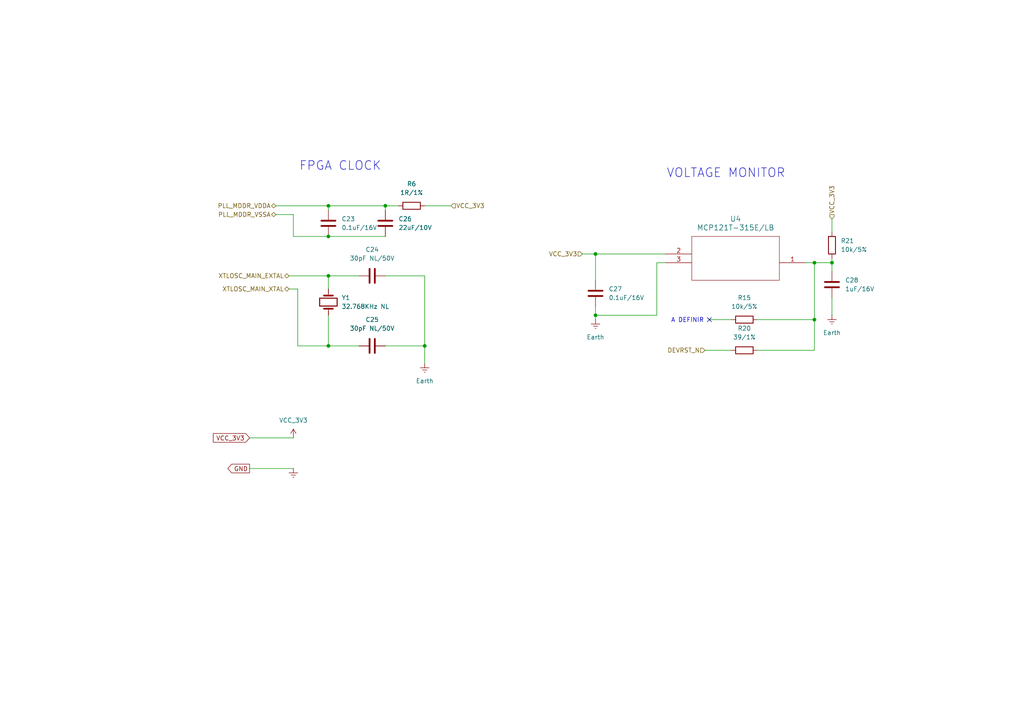
<source format=kicad_sch>
(kicad_sch (version 20231120) (generator "eeschema") (generator_version "8.0")
  (paper "A4")
  (title_block (title "ICARUS-2 OBDH") (date "2024-03-24") (rev "POC 2.0") (comment 2 "WILLIAN BUENO SANTOS") (comment 3 "ISRAEL RODRIGUES DUTRA") (comment 4 "ADRIANO CÉSAR DE SOUSA PEREIRA"))
  (lib_symbols
    (symbol "Device:C" (pin_numbers hide) (pin_names (offset 0.254))
      (property "Reference" "C" (at 0.635 2.54 0))
      (property "Value" "C" (at 0.635 -2.54 0))
      (symbol "C_0_1"
        (polyline (pts (xy -2.032 -0.762) (xy 2.032 -0.762)) (stroke (width 0.508)))
        (polyline (pts (xy -2.032 0.762) (xy 2.032 0.762)) (stroke (width 0.508)))
      )
      (symbol "C_1_1"
        (pin passive line (at 0 3.81 270) (length 2.794) (name "~") (number "1"))
        (pin passive line (at 0 -3.81 90) (length 2.794) (name "~") (number "2"))
      )
    )
    (symbol "Device:Crystal" (pin_numbers hide) (pin_names (offset 1.016) hide)
      (property "Reference" "Y" (at 0 3.81 0))
      (property "Value" "Crystal" (at 0 -3.81 0))
      (symbol "Crystal_0_1"
        (rectangle (start -1.143 2.54) (end 1.143 -2.54) (stroke (width 0.3048)))
        (polyline (pts (xy -2.54 0) (xy -1.905 0)))
        (polyline (pts (xy -1.905 -1.27) (xy -1.905 1.27)) (stroke (width 0.508)))
        (polyline (pts (xy 1.905 -1.27) (xy 1.905 1.27)) (stroke (width 0.508)))
        (polyline (pts (xy 2.54 0) (xy 1.905 0)))
      )
      (symbol "Crystal_1_1"
        (pin passive line (at -3.81 0 0) (length 1.27) (name "1") (number "1"))
        (pin passive line (at 3.81 0 180) (length 1.27) (name "2") (number "2"))
      )
    )
    (symbol "Device:R" (pin_numbers hide) (pin_names (offset 0))
      (property "Reference" "R" (at 2.032 0 90))
      (property "Value" "R" (at 0 0 90))
      (symbol "R_0_1"
        (rectangle (start -1.016 -2.54) (end 1.016 2.54) (stroke (width 0.254)))
      )
      (symbol "R_1_1"
        (pin passive line (at 0 3.81 270) (length 1.27) (name "~") (number "1"))
        (pin passive line (at 0 -3.81 90) (length 1.27) (name "~") (number "2"))
      )
    )
    (symbol "MCP121T-315E/LB:MCP121T-315E_LB" (pin_names (offset 0.254))
      (property "Reference" "U" (at 20.32 10.16 0))
      (property "Value" "MCP121T-315E/LB" (at 20.32 7.62 0))
      (symbol "MCP121T-315E_LB_0_1"
        (polyline (pts (xy 7.62 -7.62) (xy 33.02 -7.62)) (stroke (width 0.127)))
        (polyline (pts (xy 7.62 5.08) (xy 7.62 -7.62)) (stroke (width 0.127)))
        (polyline (pts (xy 33.02 -7.62) (xy 33.02 5.08)) (stroke (width 0.127)))
        (polyline (pts (xy 33.02 5.08) (xy 7.62 5.08)) (stroke (width 0.127)))
        (pin unspecified line (at 0 0 0) (length 7.62) (name "") (number "1"))
        (pin unspecified line (at 40.64 -2.54 180) (length 7.62) (name "") (number "2"))
        (pin unspecified line (at 40.64 0 180) (length 7.62) (name "") (number "3"))
      )
    )
    (symbol "power:+3.3V" (power) (pin_numbers hide) (pin_names (offset 0) hide)
      (property "Value" "+3.3V" (at 0 3.556 0))
      (symbol "+3.3V_0_1"
        (polyline (pts (xy -0.762 1.27) (xy 0 2.54)))
        (polyline (pts (xy 0 0) (xy 0 2.54)))
        (polyline (pts (xy 0 2.54) (xy 0.762 1.27)))
      )
      (symbol "+3.3V_1_1"
        (pin power_in line (at 0 0 90) (length 0) (name "~") (number "1"))
      )
    )
    (symbol "power:Earth" (power) (pin_numbers hide) (pin_names (offset 0) hide)
      (property "Value" "Earth" (at 0 -3.81 0))
      (symbol "Earth_0_1"
        (polyline (pts (xy -0.635 -1.905) (xy 0.635 -1.905)))
        (polyline (pts (xy -0.127 -2.54) (xy 0.127 -2.54)))
        (polyline (pts (xy 0 -1.27) (xy 0 0)))
        (polyline (pts (xy 1.27 -1.27) (xy -1.27 -1.27)))
      )
      (symbol "Earth_1_1"
        (pin power_in line (at 0 0 270) (length 0) (name "~") (number "1"))
      )
    )
  )
  (junction (at 95.25 80.01))
  (junction (at 236.22 76.2))
  (junction (at 95.25 68.58))
  (junction (at 172.72 73.66))
  (junction (at 172.72 91.44))
  (junction (at 95.25 59.69))
  (junction (at 241.3 76.2))
  (junction (at 111.76 59.69))
  (junction (at 236.22 92.71))
  (junction (at 123.19 100.33))
  (junction (at 95.25 100.33))
  (no_connect (at 205.74 92.71))
  (wire (pts (xy 241.3 86.36) (xy 241.3 91.44)))
  (wire (pts (xy 80.01 59.69) (xy 95.25 59.69)))
  (wire (pts (xy 241.3 76.2) (xy 241.3 74.93)))
  (wire (pts (xy 111.76 80.01) (xy 123.19 80.01)))
  (wire (pts (xy 111.76 59.69) (xy 115.57 59.69)))
  (wire (pts (xy 85.09 62.23) (xy 85.09 68.58)))
  (wire (pts (xy 172.72 81.28) (xy 172.72 73.66)))
  (wire (pts (xy 95.25 59.69) (xy 111.76 59.69)))
  (wire (pts (xy 111.76 100.33) (xy 123.19 100.33)))
  (wire (pts (xy 111.76 59.69) (xy 111.76 60.96)))
  (wire (pts (xy 172.72 73.66) (xy 168.91 73.66)))
  (wire (pts (xy 83.82 80.01) (xy 95.25 80.01)))
  (wire (pts (xy 83.82 83.82) (xy 86.36 83.82)))
  (wire (pts (xy 236.22 101.6) (xy 236.22 92.71)))
  (wire (pts (xy 123.19 100.33) (xy 123.19 105.41)))
  (wire (pts (xy 241.3 63.5) (xy 241.3 67.31)))
  (wire (pts (xy 86.36 100.33) (xy 95.25 100.33)))
  (wire (pts (xy 236.22 76.2) (xy 241.3 76.2)))
  (wire (pts (xy 72.39 127) (xy 85.09 127)))
  (wire (pts (xy 236.22 92.71) (xy 236.22 76.2)))
  (wire (pts (xy 95.25 80.01) (xy 104.14 80.01)))
  (wire (pts (xy 172.72 73.66) (xy 193.04 73.66)))
  (wire (pts (xy 205.74 92.71) (xy 212.09 92.71)))
  (wire (pts (xy 123.19 80.01) (xy 123.19 100.33)))
  (wire (pts (xy 72.39 135.89) (xy 85.09 135.89)))
  (wire (pts (xy 190.5 76.2) (xy 190.5 91.44)))
  (wire (pts (xy 95.25 91.44) (xy 95.25 100.33)))
  (wire (pts (xy 190.5 91.44) (xy 172.72 91.44)))
  (wire (pts (xy 241.3 76.2) (xy 241.3 78.74)))
  (wire (pts (xy 172.72 88.9) (xy 172.72 91.44)))
  (wire (pts (xy 86.36 83.82) (xy 86.36 100.33)))
  (wire (pts (xy 172.72 91.44) (xy 172.72 92.71)))
  (wire (pts (xy 123.19 59.69) (xy 130.81 59.69)))
  (wire (pts (xy 95.25 68.58) (xy 111.76 68.58)))
  (wire (pts (xy 193.04 76.2) (xy 190.5 76.2)))
  (wire (pts (xy 95.25 100.33) (xy 104.14 100.33)))
  (wire (pts (xy 219.71 101.6) (xy 236.22 101.6)))
  (wire (pts (xy 85.09 68.58) (xy 95.25 68.58)))
  (wire (pts (xy 95.25 60.96) (xy 95.25 59.69)))
  (wire (pts (xy 80.01 62.23) (xy 85.09 62.23)))
  (wire (pts (xy 233.68 76.2) (xy 236.22 76.2)))
  (wire (pts (xy 95.25 83.82) (xy 95.25 80.01)))
  (wire (pts (xy 204.47 101.6) (xy 212.09 101.6)))
  (wire (pts (xy 219.71 92.71) (xy 236.22 92.71)))
  (text "FPGA CLOCK" (at 98.7025 48.2112 0) (effects (font (size 2.54 2.54))))
  (text "A DEFINIR" (at 199.39 92.964 0) (effects (font (size 1.27 1.27))))
  (text "VOLTAGE MONITOR" (at 210.566 50.292 0) (effects (font (size 2.54 2.54))))
  (global_label "GND" (shape output) (at 72.39 135.89 180) (property "Intersheetrefs" "${INTERSHEET_REFS}" (effects (hide yes))))
  (global_label "VCC_3V3" (shape input) (at 72.39 127 180) (property "Intersheetrefs" "${INTERSHEET_REFS}" (effects (hide yes))))
  (hierarchical_label "PLL_MDDR_VDDA" (shape bidirectional) (at 80.01 59.69 180))
  (hierarchical_label "VCC_3V3" (shape input) (at 241.3 63.5 90))
  (hierarchical_label "PLL_MDDR_VSSA" (shape bidirectional) (at 80.01 62.23 180))
  (hierarchical_label "VCC_3V3" (shape input) (at 168.91 73.66 180))
  (hierarchical_label "XTLOSC_MAIN_EXTAL" (shape bidirectional) (at 83.82 80.01 180))
  (hierarchical_label "DEVRST_N" (shape input) (at 204.47 101.6 180))
  (hierarchical_label "VCC_3V3" (shape input) (at 130.81 59.69 0))
  (hierarchical_label "XTLOSC_MAIN_XTAL" (shape bidirectional) (at 83.82 83.82 180))
  (symbol (lib_id "Device:C") (at 107.95 100.33 90) (unit 1)
    (property "Reference" "C25" (at 107.95 92.71 90))
    (property "Value" "30pF NL/50V" (at 107.95 95.25 90))
    (property "Footprint" "Capacitor_SMD:C_0402_1005Metric" (effects (hide yes)))
    (property "Description" "Unpolarized capacitor" (effects (hide yes)))
  )
  (symbol (lib_id "Device:R") (at 215.9 101.6 90) (unit 1)
    (property "Reference" "R20" (at 215.9 95.25 90))
    (property "Value" "39/1%" (at 215.9 97.79 90))
    (property "Footprint" "Resistor_SMD:R_0402_1005Metric" (effects (hide yes)))
    (property "Description" "Resistor" (effects (hide yes)))
  )
  (symbol (lib_id "power:+3.3V") (at 85.09 127 0) (unit 1)
    (property "Reference" "#PWR064" (effects (hide yes)))
    (property "Value" "VCC_3V3" (at 85.09 121.92 0))
    (property "Description" "Power symbol creates a global label with name \"+3.3V\"" (effects (hide yes)))
  )
  (symbol (lib_id "Device:C") (at 241.3 82.55 0) (unit 1)
    (property "Reference" "C28" (at 245.11 81.2799 0) (effects (justify left)))
    (property "Value" "1uF/16V" (at 245.11 83.8199 0) (effects (justify left)))
    (property "Footprint" "Capacitor_SMD:C_0402_1005Metric" (effects (hide yes)))
    (property "Description" "Unpolarized capacitor" (effects (hide yes)))
  )
  (symbol (lib_id "Device:C") (at 172.72 85.09 0) (unit 1)
    (property "Reference" "C27" (at 176.53 83.8199 0) (effects (justify left)))
    (property "Value" "0.1uF/16V" (at 176.53 86.3599 0) (effects (justify left)))
    (property "Footprint" "Capacitor_SMD:C_0402_1005Metric" (effects (hide yes)))
    (property "Description" "Unpolarized capacitor" (effects (hide yes)))
  )
  (symbol (lib_id "MCP121T-315E/LB:MCP121T-315E_LB") (at 233.68 76.2 180) (unit 1)
    (property "Reference" "U4" (at 213.36 63.5 0) (effects (font (size 1.524 1.524))))
    (property "Value" "MCP121T-315E/LB" (at 213.36 66.04 0) (effects (font (size 1.524 1.524))))
    (property "Footprint" "ul_MCP121T-315E-LB:SC70-3_MC_MCH" (effects (hide yes)))
    (property "Datasheet" "MCP121T-315E/LB" (effects (hide yes)))
  )
  (symbol (lib_id "power:Earth") (at 172.72 92.71 0) (unit 1)
    (property "Reference" "#PWR067" (effects (hide yes)))
    (property "Value" "Earth" (at 172.72 97.79 0))
    (property "Description" "Power symbol creates a global label with name \"Earth\"" (effects (hide yes)))
  )
  (symbol (lib_id "power:Earth") (at 241.3 91.44 0) (unit 1)
    (property "Reference" "#PWR068" (effects (hide yes)))
    (property "Value" "Earth" (at 241.3 96.52 0))
    (property "Description" "Power symbol creates a global label with name \"Earth\"" (effects (hide yes)))
  )
  (symbol (lib_id "Device:Crystal") (at 95.25 87.63 90) (unit 1)
    (property "Reference" "Y1" (at 99.06 86.3599 90) (effects (justify right)))
    (property "Value" "32.768KHz NL" (at 99.06 88.8999 90) (effects (justify right)))
    (property "Footprint" "Crystal:Crystal_SMD_EuroQuartz_EQ161-2Pin_3.2x1.5mm" (effects (hide yes)))
    (property "Datasheet" "https://br.mouser.com/datasheet/2/417/ah-963912.pdf" (effects (hide yes)))
    (property "Description" "Two pin crystal" (effects (hide yes)))
  )
  (symbol (lib_id "Device:R") (at 215.9 92.71 90) (unit 1)
    (property "Reference" "R15" (at 215.9 86.36 90))
    (property "Value" "10k/5%" (at 215.9 88.9 90))
    (property "Footprint" "Resistor_SMD:R_0402_1005Metric" (effects (hide yes)))
    (property "Description" "Resistor" (effects (hide yes)))
  )
  (symbol (lib_id "Device:R") (at 119.38 59.69 90) (unit 1)
    (property "Reference" "R6" (at 119.38 53.34 90))
    (property "Value" "1R/1%" (at 119.38 55.88 90))
    (property "Footprint" "Resistor_SMD:R_0603_1608Metric" (effects (hide yes)))
    (property "Description" "Resistor" (effects (hide yes)))
  )
  (symbol (lib_id "Device:C") (at 107.95 80.01 90) (unit 1)
    (property "Reference" "C24" (at 107.95 72.39 90))
    (property "Value" "30pF NL/50V" (at 107.95 74.93 90))
    (property "Footprint" "Capacitor_SMD:C_0402_1005Metric" (effects (hide yes)))
    (property "Description" "Unpolarized capacitor" (effects (hide yes)))
  )
  (symbol (lib_id "Device:R") (at 241.3 71.12 0) (unit 1)
    (property "Reference" "R21" (at 243.84 69.8499 0) (effects (justify left)))
    (property "Value" "10k/5%" (at 243.84 72.3899 0) (effects (justify left)))
    (property "Footprint" "Resistor_SMD:R_0402_1005Metric" (effects (hide yes)))
    (property "Description" "Resistor" (effects (hide yes)))
  )
  (symbol (lib_id "Device:C") (at 111.76 64.77 0) (unit 1)
    (property "Reference" "C26" (at 115.57 63.4999 0) (effects (justify left)))
    (property "Value" "22uF/10V" (at 115.57 66.0399 0) (effects (justify left)))
    (property "Footprint" "Capacitor_SMD:C_0603_1608Metric" (effects (hide yes)))
    (property "Description" "Unpolarized capacitor" (effects (hide yes)))
  )
  (symbol (lib_id "Device:C") (at 95.25 64.77 0) (unit 1)
    (property "Reference" "C23" (at 99.06 63.4999 0) (effects (justify left)))
    (property "Value" "0.1uF/16V" (at 99.06 66.0399 0) (effects (justify left)))
    (property "Footprint" "Capacitor_SMD:C_0402_1005Metric" (effects (hide yes)))
    (property "Description" "Unpolarized capacitor" (effects (hide yes)))
  )
  (symbol (lib_id "power:Earth") (at 123.19 105.41 0) (unit 1)
    (property "Reference" "#PWR066" (effects (hide yes)))
    (property "Value" "Earth" (at 123.19 110.49 0))
    (property "Description" "Power symbol creates a global label with name \"Earth\"" (effects (hide yes)))
  )
  (symbol (lib_id "power:Earth") (at 85.09 135.89 0) (unit 1)
    (property "Reference" "#PWR065" (effects (hide yes)))
    (property "Value" "Earth" (effects (hide yes)))
  )
)
</source>
